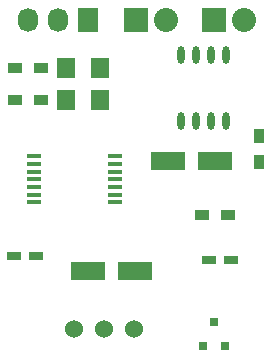
<source format=gbr>
G04 #@! TF.FileFunction,Soldermask,Top*
%FSLAX46Y46*%
G04 Gerber Fmt 4.6, Leading zero omitted, Abs format (unit mm)*
G04 Created by KiCad (PCBNEW 4.0.4-stable) date Fri Dec  9 21:16:25 2016*
%MOMM*%
%LPD*%
G01*
G04 APERTURE LIST*
%ADD10C,2.000000*%
%ADD11R,1.597660X1.800860*%
%ADD12R,1.200000X0.900000*%
%ADD13R,1.200000X0.750000*%
%ADD14R,2.999740X1.501140*%
%ADD15R,2.032000X2.032000*%
%ADD16O,2.032000X2.032000*%
%ADD17R,1.727200X2.032000*%
%ADD18O,1.727200X2.032000*%
%ADD19O,0.609600X1.473200*%
%ADD20C,1.524000*%
%ADD21R,0.900000X1.200000*%
%ADD22R,0.800100X0.800100*%
%ADD23R,1.200000X0.400000*%
G04 APERTURE END LIST*
D10*
D11*
X120373140Y-97155000D03*
X123212860Y-97155000D03*
X120373140Y-99822000D03*
X123212860Y-99822000D03*
D12*
X118194000Y-97155000D03*
X115994000Y-97155000D03*
X115994000Y-99822000D03*
X118194000Y-99822000D03*
D13*
X132400000Y-113411000D03*
X134300000Y-113411000D03*
D14*
X132935980Y-105029000D03*
X128938020Y-105029000D03*
X126204980Y-114300000D03*
X122207020Y-114300000D03*
D13*
X115890000Y-113030000D03*
X117790000Y-113030000D03*
D15*
X126238000Y-93091000D03*
D16*
X128778000Y-93091000D03*
D15*
X132842000Y-93091000D03*
D16*
X135382000Y-93091000D03*
D17*
X122174000Y-93091000D03*
D18*
X119634000Y-93091000D03*
X117094000Y-93091000D03*
D19*
X130048000Y-101600000D03*
X131318000Y-101600000D03*
X132588000Y-101600000D03*
X133858000Y-101600000D03*
X133858000Y-96012000D03*
X132588000Y-96012000D03*
X131318000Y-96012000D03*
X130048000Y-96012000D03*
D20*
X123571000Y-119253000D03*
X121031000Y-119253000D03*
X126111000Y-119253000D03*
D21*
X136652000Y-102913000D03*
X136652000Y-105113000D03*
D12*
X131869000Y-109601000D03*
X134069000Y-109601000D03*
D22*
X131892000Y-120634760D03*
X133792000Y-120634760D03*
X132842000Y-118635780D03*
D23*
X117581000Y-104603000D03*
X117581000Y-105253000D03*
X117581000Y-105903000D03*
X117581000Y-106553000D03*
X117581000Y-107203000D03*
X117581000Y-107853000D03*
X117581000Y-108503000D03*
X124481000Y-108503000D03*
X124481000Y-107853000D03*
X124481000Y-107203000D03*
X124481000Y-106553000D03*
X124481000Y-105903000D03*
X124481000Y-105253000D03*
X124481000Y-104603000D03*
M02*

</source>
